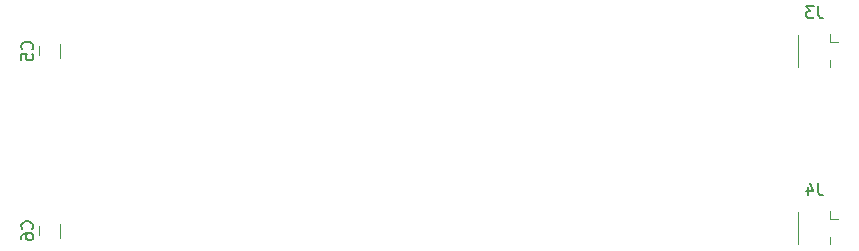
<source format=gbo>
G04 #@! TF.GenerationSoftware,KiCad,Pcbnew,(5.1.4)-1*
G04 #@! TF.CreationDate,2021-09-06T00:09:17-04:00*
G04 #@! TF.ProjectId,controller_power_filter,636f6e74-726f-46c6-9c65-725f706f7765,rev?*
G04 #@! TF.SameCoordinates,Original*
G04 #@! TF.FileFunction,Legend,Bot*
G04 #@! TF.FilePolarity,Positive*
%FSLAX46Y46*%
G04 Gerber Fmt 4.6, Leading zero omitted, Abs format (unit mm)*
G04 Created by KiCad (PCBNEW (5.1.4)-1) date 2021-09-06 00:09:17*
%MOMM*%
%LPD*%
G04 APERTURE LIST*
%ADD10C,0.120000*%
%ADD11C,0.150000*%
%ADD12R,2.302000X1.152000*%
%ADD13R,1.152000X1.102000*%
%ADD14C,3.102000*%
%ADD15R,3.102000X3.102000*%
%ADD16C,2.102000*%
%ADD17R,2.102000X2.102000*%
%ADD18C,3.702000*%
%ADD19C,0.100000*%
%ADD20C,1.852000*%
G04 APERTURE END LIST*
D10*
X182635000Y-138850000D02*
X182635000Y-139490000D01*
X182635000Y-141650000D02*
X182635000Y-141010000D01*
X182635000Y-139490000D02*
X183265000Y-139490000D01*
X179915000Y-138900000D02*
X179915000Y-141600000D01*
X182635000Y-123850000D02*
X182635000Y-124490000D01*
X182635000Y-126650000D02*
X182635000Y-126010000D01*
X182635000Y-124490000D02*
X183265000Y-124490000D01*
X179915000Y-123900000D02*
X179915000Y-126600000D01*
X115590000Y-139897936D02*
X115590000Y-141102064D01*
X117410000Y-139897936D02*
X117410000Y-141102064D01*
X115590000Y-124697936D02*
X115590000Y-125902064D01*
X117410000Y-124697936D02*
X117410000Y-125902064D01*
D11*
X181608333Y-136502380D02*
X181608333Y-137216666D01*
X181655952Y-137359523D01*
X181751190Y-137454761D01*
X181894047Y-137502380D01*
X181989285Y-137502380D01*
X180703571Y-136835714D02*
X180703571Y-137502380D01*
X180941666Y-136454761D02*
X181179761Y-137169047D01*
X180560714Y-137169047D01*
X181608333Y-121502380D02*
X181608333Y-122216666D01*
X181655952Y-122359523D01*
X181751190Y-122454761D01*
X181894047Y-122502380D01*
X181989285Y-122502380D01*
X181227380Y-121502380D02*
X180608333Y-121502380D01*
X180941666Y-121883333D01*
X180798809Y-121883333D01*
X180703571Y-121930952D01*
X180655952Y-121978571D01*
X180608333Y-122073809D01*
X180608333Y-122311904D01*
X180655952Y-122407142D01*
X180703571Y-122454761D01*
X180798809Y-122502380D01*
X181084523Y-122502380D01*
X181179761Y-122454761D01*
X181227380Y-122407142D01*
X115037142Y-140333333D02*
X115084761Y-140285714D01*
X115132380Y-140142857D01*
X115132380Y-140047619D01*
X115084761Y-139904761D01*
X114989523Y-139809523D01*
X114894285Y-139761904D01*
X114703809Y-139714285D01*
X114560952Y-139714285D01*
X114370476Y-139761904D01*
X114275238Y-139809523D01*
X114180000Y-139904761D01*
X114132380Y-140047619D01*
X114132380Y-140142857D01*
X114180000Y-140285714D01*
X114227619Y-140333333D01*
X114132380Y-141190476D02*
X114132380Y-141000000D01*
X114180000Y-140904761D01*
X114227619Y-140857142D01*
X114370476Y-140761904D01*
X114560952Y-140714285D01*
X114941904Y-140714285D01*
X115037142Y-140761904D01*
X115084761Y-140809523D01*
X115132380Y-140904761D01*
X115132380Y-141095238D01*
X115084761Y-141190476D01*
X115037142Y-141238095D01*
X114941904Y-141285714D01*
X114703809Y-141285714D01*
X114608571Y-141238095D01*
X114560952Y-141190476D01*
X114513333Y-141095238D01*
X114513333Y-140904761D01*
X114560952Y-140809523D01*
X114608571Y-140761904D01*
X114703809Y-140714285D01*
X115037142Y-125133333D02*
X115084761Y-125085714D01*
X115132380Y-124942857D01*
X115132380Y-124847619D01*
X115084761Y-124704761D01*
X114989523Y-124609523D01*
X114894285Y-124561904D01*
X114703809Y-124514285D01*
X114560952Y-124514285D01*
X114370476Y-124561904D01*
X114275238Y-124609523D01*
X114180000Y-124704761D01*
X114132380Y-124847619D01*
X114132380Y-124942857D01*
X114180000Y-125085714D01*
X114227619Y-125133333D01*
X114132380Y-126038095D02*
X114132380Y-125561904D01*
X114608571Y-125514285D01*
X114560952Y-125561904D01*
X114513333Y-125657142D01*
X114513333Y-125895238D01*
X114560952Y-125990476D01*
X114608571Y-126038095D01*
X114703809Y-126085714D01*
X114941904Y-126085714D01*
X115037142Y-126038095D01*
X115084761Y-125990476D01*
X115132380Y-125895238D01*
X115132380Y-125657142D01*
X115084761Y-125561904D01*
X115037142Y-125514285D01*
%LPC*%
D12*
X181275000Y-138775000D03*
D13*
X182800000Y-140250000D03*
D12*
X181275000Y-141725000D03*
X181275000Y-123775000D03*
D13*
X182800000Y-125250000D03*
D12*
X181275000Y-126725000D03*
D14*
X185750000Y-140160000D03*
D15*
X185750000Y-124920000D03*
D14*
X185750000Y-135080000D03*
X185750000Y-130000000D03*
D16*
X119700000Y-146500000D03*
X127300000Y-146500000D03*
D17*
X119700000Y-136500000D03*
D16*
X127300000Y-136500000D03*
X116000000Y-146500000D03*
X131000000Y-146500000D03*
D17*
X116000000Y-136500000D03*
D16*
X131000000Y-136500000D03*
X128500000Y-146500000D03*
X118500000Y-146500000D03*
X128500000Y-136500000D03*
D17*
X118500000Y-136500000D03*
D16*
X119700000Y-128500000D03*
X127300000Y-128500000D03*
D17*
X119700000Y-118500000D03*
D16*
X127300000Y-118500000D03*
X116000000Y-128500000D03*
X131000000Y-128500000D03*
D17*
X116000000Y-118500000D03*
D16*
X131000000Y-118500000D03*
X128500000Y-128500000D03*
X118500000Y-128500000D03*
X128500000Y-118500000D03*
D17*
X118500000Y-118500000D03*
D14*
X97000000Y-140240000D03*
D15*
X97000000Y-125000000D03*
D14*
X97000000Y-135160000D03*
X97000000Y-130080000D03*
D18*
X146750000Y-145000000D03*
X146750000Y-137380000D03*
X146750000Y-120000000D03*
X146750000Y-127620000D03*
D17*
X164000000Y-139000000D03*
D16*
X164000000Y-144000000D03*
D17*
X165250000Y-140250000D03*
D16*
X162750000Y-142750000D03*
D17*
X164000000Y-121000000D03*
D16*
X164000000Y-126000000D03*
D17*
X165250000Y-122250000D03*
D16*
X162750000Y-124750000D03*
D17*
X176000000Y-139000000D03*
D16*
X176000000Y-144000000D03*
D17*
X177250000Y-140250000D03*
D16*
X174750000Y-142750000D03*
D17*
X176250000Y-121000000D03*
D16*
X176250000Y-126000000D03*
D17*
X177500000Y-122250000D03*
D16*
X175000000Y-124750000D03*
D19*
G36*
X117133667Y-138250561D02*
G01*
X117165129Y-138255227D01*
X117195981Y-138262956D01*
X117225928Y-138273671D01*
X117254680Y-138287269D01*
X117281960Y-138303621D01*
X117307507Y-138322567D01*
X117331073Y-138343927D01*
X117352433Y-138367493D01*
X117371379Y-138393040D01*
X117387731Y-138420320D01*
X117401329Y-138449072D01*
X117412044Y-138479019D01*
X117419773Y-138509871D01*
X117424439Y-138541333D01*
X117426000Y-138573100D01*
X117426000Y-139826900D01*
X117424439Y-139858667D01*
X117419773Y-139890129D01*
X117412044Y-139920981D01*
X117401329Y-139950928D01*
X117387731Y-139979680D01*
X117371379Y-140006960D01*
X117352433Y-140032507D01*
X117331073Y-140056073D01*
X117307507Y-140077433D01*
X117281960Y-140096379D01*
X117254680Y-140112731D01*
X117225928Y-140126329D01*
X117195981Y-140137044D01*
X117165129Y-140144773D01*
X117133667Y-140149439D01*
X117101900Y-140151000D01*
X115898100Y-140151000D01*
X115866333Y-140149439D01*
X115834871Y-140144773D01*
X115804019Y-140137044D01*
X115774072Y-140126329D01*
X115745320Y-140112731D01*
X115718040Y-140096379D01*
X115692493Y-140077433D01*
X115668927Y-140056073D01*
X115647567Y-140032507D01*
X115628621Y-140006960D01*
X115612269Y-139979680D01*
X115598671Y-139950928D01*
X115587956Y-139920981D01*
X115580227Y-139890129D01*
X115575561Y-139858667D01*
X115574000Y-139826900D01*
X115574000Y-138573100D01*
X115575561Y-138541333D01*
X115580227Y-138509871D01*
X115587956Y-138479019D01*
X115598671Y-138449072D01*
X115612269Y-138420320D01*
X115628621Y-138393040D01*
X115647567Y-138367493D01*
X115668927Y-138343927D01*
X115692493Y-138322567D01*
X115718040Y-138303621D01*
X115745320Y-138287269D01*
X115774072Y-138273671D01*
X115804019Y-138262956D01*
X115834871Y-138255227D01*
X115866333Y-138250561D01*
X115898100Y-138249000D01*
X117101900Y-138249000D01*
X117133667Y-138250561D01*
X117133667Y-138250561D01*
G37*
D20*
X116500000Y-139200000D03*
D19*
G36*
X117133667Y-140850561D02*
G01*
X117165129Y-140855227D01*
X117195981Y-140862956D01*
X117225928Y-140873671D01*
X117254680Y-140887269D01*
X117281960Y-140903621D01*
X117307507Y-140922567D01*
X117331073Y-140943927D01*
X117352433Y-140967493D01*
X117371379Y-140993040D01*
X117387731Y-141020320D01*
X117401329Y-141049072D01*
X117412044Y-141079019D01*
X117419773Y-141109871D01*
X117424439Y-141141333D01*
X117426000Y-141173100D01*
X117426000Y-142426900D01*
X117424439Y-142458667D01*
X117419773Y-142490129D01*
X117412044Y-142520981D01*
X117401329Y-142550928D01*
X117387731Y-142579680D01*
X117371379Y-142606960D01*
X117352433Y-142632507D01*
X117331073Y-142656073D01*
X117307507Y-142677433D01*
X117281960Y-142696379D01*
X117254680Y-142712731D01*
X117225928Y-142726329D01*
X117195981Y-142737044D01*
X117165129Y-142744773D01*
X117133667Y-142749439D01*
X117101900Y-142751000D01*
X115898100Y-142751000D01*
X115866333Y-142749439D01*
X115834871Y-142744773D01*
X115804019Y-142737044D01*
X115774072Y-142726329D01*
X115745320Y-142712731D01*
X115718040Y-142696379D01*
X115692493Y-142677433D01*
X115668927Y-142656073D01*
X115647567Y-142632507D01*
X115628621Y-142606960D01*
X115612269Y-142579680D01*
X115598671Y-142550928D01*
X115587956Y-142520981D01*
X115580227Y-142490129D01*
X115575561Y-142458667D01*
X115574000Y-142426900D01*
X115574000Y-141173100D01*
X115575561Y-141141333D01*
X115580227Y-141109871D01*
X115587956Y-141079019D01*
X115598671Y-141049072D01*
X115612269Y-141020320D01*
X115628621Y-140993040D01*
X115647567Y-140967493D01*
X115668927Y-140943927D01*
X115692493Y-140922567D01*
X115718040Y-140903621D01*
X115745320Y-140887269D01*
X115774072Y-140873671D01*
X115804019Y-140862956D01*
X115834871Y-140855227D01*
X115866333Y-140850561D01*
X115898100Y-140849000D01*
X117101900Y-140849000D01*
X117133667Y-140850561D01*
X117133667Y-140850561D01*
G37*
D20*
X116500000Y-141800000D03*
D19*
G36*
X117133667Y-123050561D02*
G01*
X117165129Y-123055227D01*
X117195981Y-123062956D01*
X117225928Y-123073671D01*
X117254680Y-123087269D01*
X117281960Y-123103621D01*
X117307507Y-123122567D01*
X117331073Y-123143927D01*
X117352433Y-123167493D01*
X117371379Y-123193040D01*
X117387731Y-123220320D01*
X117401329Y-123249072D01*
X117412044Y-123279019D01*
X117419773Y-123309871D01*
X117424439Y-123341333D01*
X117426000Y-123373100D01*
X117426000Y-124626900D01*
X117424439Y-124658667D01*
X117419773Y-124690129D01*
X117412044Y-124720981D01*
X117401329Y-124750928D01*
X117387731Y-124779680D01*
X117371379Y-124806960D01*
X117352433Y-124832507D01*
X117331073Y-124856073D01*
X117307507Y-124877433D01*
X117281960Y-124896379D01*
X117254680Y-124912731D01*
X117225928Y-124926329D01*
X117195981Y-124937044D01*
X117165129Y-124944773D01*
X117133667Y-124949439D01*
X117101900Y-124951000D01*
X115898100Y-124951000D01*
X115866333Y-124949439D01*
X115834871Y-124944773D01*
X115804019Y-124937044D01*
X115774072Y-124926329D01*
X115745320Y-124912731D01*
X115718040Y-124896379D01*
X115692493Y-124877433D01*
X115668927Y-124856073D01*
X115647567Y-124832507D01*
X115628621Y-124806960D01*
X115612269Y-124779680D01*
X115598671Y-124750928D01*
X115587956Y-124720981D01*
X115580227Y-124690129D01*
X115575561Y-124658667D01*
X115574000Y-124626900D01*
X115574000Y-123373100D01*
X115575561Y-123341333D01*
X115580227Y-123309871D01*
X115587956Y-123279019D01*
X115598671Y-123249072D01*
X115612269Y-123220320D01*
X115628621Y-123193040D01*
X115647567Y-123167493D01*
X115668927Y-123143927D01*
X115692493Y-123122567D01*
X115718040Y-123103621D01*
X115745320Y-123087269D01*
X115774072Y-123073671D01*
X115804019Y-123062956D01*
X115834871Y-123055227D01*
X115866333Y-123050561D01*
X115898100Y-123049000D01*
X117101900Y-123049000D01*
X117133667Y-123050561D01*
X117133667Y-123050561D01*
G37*
D20*
X116500000Y-124000000D03*
D19*
G36*
X117133667Y-125650561D02*
G01*
X117165129Y-125655227D01*
X117195981Y-125662956D01*
X117225928Y-125673671D01*
X117254680Y-125687269D01*
X117281960Y-125703621D01*
X117307507Y-125722567D01*
X117331073Y-125743927D01*
X117352433Y-125767493D01*
X117371379Y-125793040D01*
X117387731Y-125820320D01*
X117401329Y-125849072D01*
X117412044Y-125879019D01*
X117419773Y-125909871D01*
X117424439Y-125941333D01*
X117426000Y-125973100D01*
X117426000Y-127226900D01*
X117424439Y-127258667D01*
X117419773Y-127290129D01*
X117412044Y-127320981D01*
X117401329Y-127350928D01*
X117387731Y-127379680D01*
X117371379Y-127406960D01*
X117352433Y-127432507D01*
X117331073Y-127456073D01*
X117307507Y-127477433D01*
X117281960Y-127496379D01*
X117254680Y-127512731D01*
X117225928Y-127526329D01*
X117195981Y-127537044D01*
X117165129Y-127544773D01*
X117133667Y-127549439D01*
X117101900Y-127551000D01*
X115898100Y-127551000D01*
X115866333Y-127549439D01*
X115834871Y-127544773D01*
X115804019Y-127537044D01*
X115774072Y-127526329D01*
X115745320Y-127512731D01*
X115718040Y-127496379D01*
X115692493Y-127477433D01*
X115668927Y-127456073D01*
X115647567Y-127432507D01*
X115628621Y-127406960D01*
X115612269Y-127379680D01*
X115598671Y-127350928D01*
X115587956Y-127320981D01*
X115580227Y-127290129D01*
X115575561Y-127258667D01*
X115574000Y-127226900D01*
X115574000Y-125973100D01*
X115575561Y-125941333D01*
X115580227Y-125909871D01*
X115587956Y-125879019D01*
X115598671Y-125849072D01*
X115612269Y-125820320D01*
X115628621Y-125793040D01*
X115647567Y-125767493D01*
X115668927Y-125743927D01*
X115692493Y-125722567D01*
X115718040Y-125703621D01*
X115745320Y-125687269D01*
X115774072Y-125673671D01*
X115804019Y-125662956D01*
X115834871Y-125655227D01*
X115866333Y-125650561D01*
X115898100Y-125649000D01*
X117101900Y-125649000D01*
X117133667Y-125650561D01*
X117133667Y-125650561D01*
G37*
D20*
X116500000Y-126600000D03*
D17*
X106500000Y-140000000D03*
D16*
X106500000Y-145000000D03*
D17*
X107750000Y-141250000D03*
D16*
X105250000Y-143750000D03*
D17*
X106500000Y-120500000D03*
D16*
X106500000Y-125500000D03*
D17*
X107750000Y-121750000D03*
D16*
X105250000Y-124250000D03*
M02*

</source>
